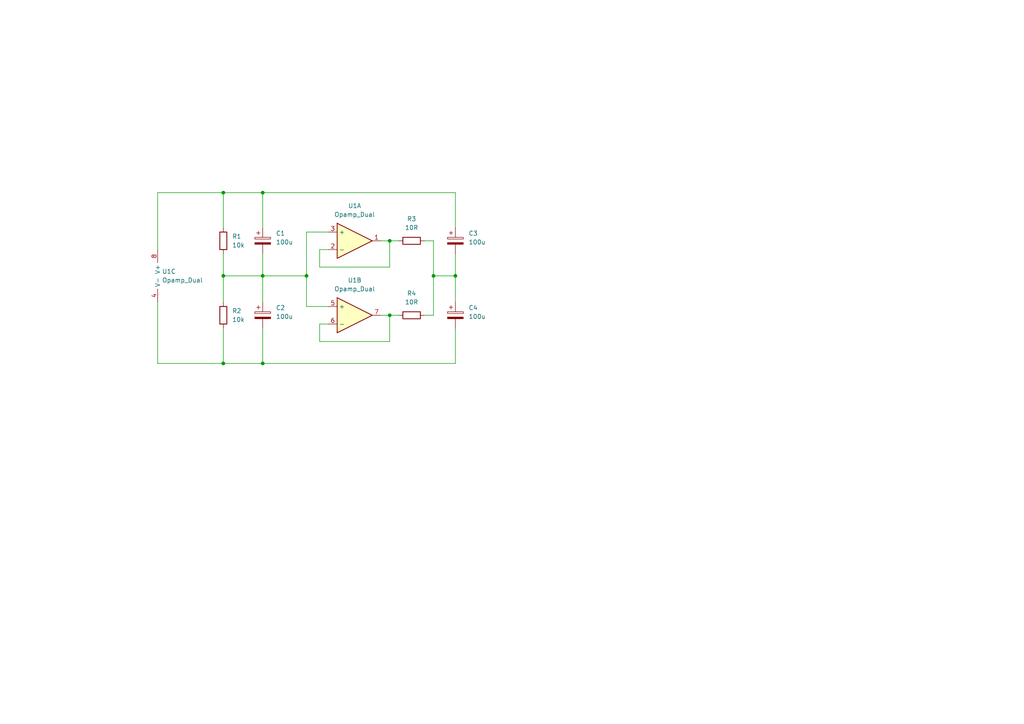
<source format=kicad_sch>
(kicad_sch (version 20230121) (generator eeschema)

  (uuid 69b90e90-1b45-436a-b305-3f5320856317)

  (paper "A4")

  (lib_symbols
    (symbol "Device:C_Polarized" (pin_numbers hide) (pin_names (offset 0.254)) (in_bom yes) (on_board yes)
      (property "Reference" "C" (at 0.635 2.54 0)
        (effects (font (size 1.27 1.27)) (justify left))
      )
      (property "Value" "C_Polarized" (at 0.635 -2.54 0)
        (effects (font (size 1.27 1.27)) (justify left))
      )
      (property "Footprint" "" (at 0.9652 -3.81 0)
        (effects (font (size 1.27 1.27)) hide)
      )
      (property "Datasheet" "~" (at 0 0 0)
        (effects (font (size 1.27 1.27)) hide)
      )
      (property "ki_keywords" "cap capacitor" (at 0 0 0)
        (effects (font (size 1.27 1.27)) hide)
      )
      (property "ki_description" "Polarized capacitor" (at 0 0 0)
        (effects (font (size 1.27 1.27)) hide)
      )
      (property "ki_fp_filters" "CP_*" (at 0 0 0)
        (effects (font (size 1.27 1.27)) hide)
      )
      (symbol "C_Polarized_0_1"
        (rectangle (start -2.286 0.508) (end 2.286 1.016)
          (stroke (width 0) (type default))
          (fill (type none))
        )
        (polyline
          (pts
            (xy -1.778 2.286)
            (xy -0.762 2.286)
          )
          (stroke (width 0) (type default))
          (fill (type none))
        )
        (polyline
          (pts
            (xy -1.27 2.794)
            (xy -1.27 1.778)
          )
          (stroke (width 0) (type default))
          (fill (type none))
        )
        (rectangle (start 2.286 -0.508) (end -2.286 -1.016)
          (stroke (width 0) (type default))
          (fill (type outline))
        )
      )
      (symbol "C_Polarized_1_1"
        (pin passive line (at 0 3.81 270) (length 2.794)
          (name "~" (effects (font (size 1.27 1.27))))
          (number "1" (effects (font (size 1.27 1.27))))
        )
        (pin passive line (at 0 -3.81 90) (length 2.794)
          (name "~" (effects (font (size 1.27 1.27))))
          (number "2" (effects (font (size 1.27 1.27))))
        )
      )
    )
    (symbol "Device:Opamp_Dual" (in_bom yes) (on_board yes)
      (property "Reference" "U" (at 0 5.08 0)
        (effects (font (size 1.27 1.27)) (justify left))
      )
      (property "Value" "Opamp_Dual" (at 0 -5.08 0)
        (effects (font (size 1.27 1.27)) (justify left))
      )
      (property "Footprint" "" (at 0 0 0)
        (effects (font (size 1.27 1.27)) hide)
      )
      (property "Datasheet" "~" (at 0 0 0)
        (effects (font (size 1.27 1.27)) hide)
      )
      (property "Sim.Library" "${KICAD7_SYMBOL_DIR}/Simulation_SPICE.sp" (at 0 0 0)
        (effects (font (size 1.27 1.27)) hide)
      )
      (property "Sim.Name" "kicad_builtin_opamp_dual" (at 0 0 0)
        (effects (font (size 1.27 1.27)) hide)
      )
      (property "Sim.Device" "SUBCKT" (at 0 0 0)
        (effects (font (size 1.27 1.27)) hide)
      )
      (property "Sim.Pins" "1=out1 2=in1- 3=in1+ 4=vee 5=in2+ 6=in2- 7=out2 8=vcc" (at 0 0 0)
        (effects (font (size 1.27 1.27)) hide)
      )
      (property "ki_locked" "" (at 0 0 0)
        (effects (font (size 1.27 1.27)))
      )
      (property "ki_keywords" "dual opamp" (at 0 0 0)
        (effects (font (size 1.27 1.27)) hide)
      )
      (property "ki_description" "Dual operational amplifier" (at 0 0 0)
        (effects (font (size 1.27 1.27)) hide)
      )
      (property "ki_fp_filters" "SOIC*3.9x4.9mm*P1.27mm* DIP*W7.62mm* MSOP*3x3mm*P0.65mm* SSOP*2.95x2.8mm*P0.65mm* TSSOP*3x3mm*P0.65mm* VSSOP*P0.5mm* TO?99*" (at 0 0 0)
        (effects (font (size 1.27 1.27)) hide)
      )
      (symbol "Opamp_Dual_1_1"
        (polyline
          (pts
            (xy -5.08 5.08)
            (xy 5.08 0)
            (xy -5.08 -5.08)
            (xy -5.08 5.08)
          )
          (stroke (width 0.254) (type default))
          (fill (type background))
        )
        (pin output line (at 7.62 0 180) (length 2.54)
          (name "~" (effects (font (size 1.27 1.27))))
          (number "1" (effects (font (size 1.27 1.27))))
        )
        (pin input line (at -7.62 -2.54 0) (length 2.54)
          (name "-" (effects (font (size 1.27 1.27))))
          (number "2" (effects (font (size 1.27 1.27))))
        )
        (pin input line (at -7.62 2.54 0) (length 2.54)
          (name "+" (effects (font (size 1.27 1.27))))
          (number "3" (effects (font (size 1.27 1.27))))
        )
      )
      (symbol "Opamp_Dual_2_1"
        (polyline
          (pts
            (xy -5.08 5.08)
            (xy 5.08 0)
            (xy -5.08 -5.08)
            (xy -5.08 5.08)
          )
          (stroke (width 0.254) (type default))
          (fill (type background))
        )
        (pin input line (at -7.62 2.54 0) (length 2.54)
          (name "+" (effects (font (size 1.27 1.27))))
          (number "5" (effects (font (size 1.27 1.27))))
        )
        (pin input line (at -7.62 -2.54 0) (length 2.54)
          (name "-" (effects (font (size 1.27 1.27))))
          (number "6" (effects (font (size 1.27 1.27))))
        )
        (pin output line (at 7.62 0 180) (length 2.54)
          (name "~" (effects (font (size 1.27 1.27))))
          (number "7" (effects (font (size 1.27 1.27))))
        )
      )
      (symbol "Opamp_Dual_3_1"
        (pin power_in line (at -2.54 -7.62 90) (length 3.81)
          (name "V-" (effects (font (size 1.27 1.27))))
          (number "4" (effects (font (size 1.27 1.27))))
        )
        (pin power_in line (at -2.54 7.62 270) (length 3.81)
          (name "V+" (effects (font (size 1.27 1.27))))
          (number "8" (effects (font (size 1.27 1.27))))
        )
      )
    )
    (symbol "Device:R" (pin_numbers hide) (pin_names (offset 0)) (in_bom yes) (on_board yes)
      (property "Reference" "R" (at 2.032 0 90)
        (effects (font (size 1.27 1.27)))
      )
      (property "Value" "R" (at 0 0 90)
        (effects (font (size 1.27 1.27)))
      )
      (property "Footprint" "" (at -1.778 0 90)
        (effects (font (size 1.27 1.27)) hide)
      )
      (property "Datasheet" "~" (at 0 0 0)
        (effects (font (size 1.27 1.27)) hide)
      )
      (property "ki_keywords" "R res resistor" (at 0 0 0)
        (effects (font (size 1.27 1.27)) hide)
      )
      (property "ki_description" "Resistor" (at 0 0 0)
        (effects (font (size 1.27 1.27)) hide)
      )
      (property "ki_fp_filters" "R_*" (at 0 0 0)
        (effects (font (size 1.27 1.27)) hide)
      )
      (symbol "R_0_1"
        (rectangle (start -1.016 -2.54) (end 1.016 2.54)
          (stroke (width 0.254) (type default))
          (fill (type none))
        )
      )
      (symbol "R_1_1"
        (pin passive line (at 0 3.81 270) (length 1.27)
          (name "~" (effects (font (size 1.27 1.27))))
          (number "1" (effects (font (size 1.27 1.27))))
        )
        (pin passive line (at 0 -3.81 90) (length 1.27)
          (name "~" (effects (font (size 1.27 1.27))))
          (number "2" (effects (font (size 1.27 1.27))))
        )
      )
    )
  )

  (junction (at 113.03 91.44) (diameter 0) (color 0 0 0 0)
    (uuid 2bd18ce7-c35a-43f3-8a06-8cab6a49662f)
  )
  (junction (at 64.77 105.41) (diameter 0) (color 0 0 0 0)
    (uuid 2ea70071-09a5-49bc-a670-45ed9fc0d45d)
  )
  (junction (at 88.9 80.01) (diameter 0) (color 0 0 0 0)
    (uuid 348ca1f6-0882-4b82-9dcc-c2030e223254)
  )
  (junction (at 64.77 80.01) (diameter 0) (color 0 0 0 0)
    (uuid 3ecdb0ab-4af4-4572-9107-c4f545be3689)
  )
  (junction (at 76.2 55.88) (diameter 0) (color 0 0 0 0)
    (uuid 8341af81-d336-4743-bfcb-795de88b9e28)
  )
  (junction (at 125.73 80.01) (diameter 0) (color 0 0 0 0)
    (uuid b18deee3-90a3-4d08-a6be-334f8a279df2)
  )
  (junction (at 76.2 105.41) (diameter 0) (color 0 0 0 0)
    (uuid b2dd7309-02e8-43fd-8f9f-be4554f73a25)
  )
  (junction (at 132.08 80.01) (diameter 0) (color 0 0 0 0)
    (uuid c0ba316a-2795-4fe8-8a30-1e3dbb367bea)
  )
  (junction (at 76.2 80.01) (diameter 0) (color 0 0 0 0)
    (uuid cd2cc9f8-059e-436d-ab76-795e92548f39)
  )
  (junction (at 64.77 55.88) (diameter 0) (color 0 0 0 0)
    (uuid da0b0601-7f5b-46e1-9306-4562c4e81692)
  )
  (junction (at 113.03 69.85) (diameter 0) (color 0 0 0 0)
    (uuid e3d520a0-5fb6-449a-a64b-a08fc86840d6)
  )

  (wire (pts (xy 76.2 105.41) (xy 64.77 105.41))
    (stroke (width 0) (type default))
    (uuid 01321312-a0f0-4896-b6ef-45caa12fc0ed)
  )
  (wire (pts (xy 123.19 69.85) (xy 125.73 69.85))
    (stroke (width 0) (type default))
    (uuid 060ba6fb-02e2-466e-ac0c-3b694765cce5)
  )
  (wire (pts (xy 113.03 99.06) (xy 92.71 99.06))
    (stroke (width 0) (type default))
    (uuid 0ab2ffa3-8204-4df9-a57b-7a5f749595e3)
  )
  (wire (pts (xy 125.73 69.85) (xy 125.73 80.01))
    (stroke (width 0) (type default))
    (uuid 0c44e54e-52c7-4637-8836-d6bdccb2fc80)
  )
  (wire (pts (xy 76.2 73.66) (xy 76.2 80.01))
    (stroke (width 0) (type default))
    (uuid 0f183c6f-7615-4853-bf6e-75e2c4e0af70)
  )
  (wire (pts (xy 95.25 67.31) (xy 88.9 67.31))
    (stroke (width 0) (type default))
    (uuid 12343120-9ad8-42c0-afee-fe7c7585784d)
  )
  (wire (pts (xy 76.2 80.01) (xy 76.2 87.63))
    (stroke (width 0) (type default))
    (uuid 1c8fdf4d-92bb-43c5-a4d0-0656d21b5a82)
  )
  (wire (pts (xy 132.08 95.25) (xy 132.08 105.41))
    (stroke (width 0) (type default))
    (uuid 1d0cbb52-9e2d-46c2-9a77-d59b36ca29ed)
  )
  (wire (pts (xy 125.73 80.01) (xy 132.08 80.01))
    (stroke (width 0) (type default))
    (uuid 212d8584-de25-4c89-afdb-8e9f8256f906)
  )
  (wire (pts (xy 64.77 80.01) (xy 76.2 80.01))
    (stroke (width 0) (type default))
    (uuid 217390a5-187f-4a7a-8afc-c0c2fdb4da94)
  )
  (wire (pts (xy 113.03 91.44) (xy 115.57 91.44))
    (stroke (width 0) (type default))
    (uuid 245f1278-4250-4afb-a287-c71346a09891)
  )
  (wire (pts (xy 132.08 73.66) (xy 132.08 80.01))
    (stroke (width 0) (type default))
    (uuid 26a0c995-7ed6-40e0-86e2-753026bcdc40)
  )
  (wire (pts (xy 76.2 105.41) (xy 76.2 95.25))
    (stroke (width 0) (type default))
    (uuid 28fa650c-e71e-48b2-aa89-76adee967c53)
  )
  (wire (pts (xy 92.71 93.98) (xy 95.25 93.98))
    (stroke (width 0) (type default))
    (uuid 2e247156-d486-4a08-b144-567f74e3d181)
  )
  (wire (pts (xy 110.49 69.85) (xy 113.03 69.85))
    (stroke (width 0) (type default))
    (uuid 3cf475f5-ae8a-4896-a4e3-e1f7fb6425ac)
  )
  (wire (pts (xy 64.77 73.66) (xy 64.77 80.01))
    (stroke (width 0) (type default))
    (uuid 40f623ec-3166-4bd4-87df-d0af46a1f303)
  )
  (wire (pts (xy 64.77 105.41) (xy 64.77 95.25))
    (stroke (width 0) (type default))
    (uuid 431ebce6-18c0-465d-bb4b-0eb82d71c7c7)
  )
  (wire (pts (xy 113.03 69.85) (xy 113.03 77.47))
    (stroke (width 0) (type default))
    (uuid 478080fe-01fc-4fec-b88d-1b2ce5c0342f)
  )
  (wire (pts (xy 45.72 72.39) (xy 45.72 55.88))
    (stroke (width 0) (type default))
    (uuid 4ec56b70-ccfe-4a3e-b97f-0f251b88fc3a)
  )
  (wire (pts (xy 88.9 88.9) (xy 95.25 88.9))
    (stroke (width 0) (type default))
    (uuid 5503078a-33e6-4e76-ab01-471a34097854)
  )
  (wire (pts (xy 64.77 55.88) (xy 64.77 66.04))
    (stroke (width 0) (type default))
    (uuid 574e8fcc-51b4-4847-aa69-0c8bb017522d)
  )
  (wire (pts (xy 125.73 80.01) (xy 125.73 91.44))
    (stroke (width 0) (type default))
    (uuid 57b17423-1ad5-4e53-8867-13a4c4616a4d)
  )
  (wire (pts (xy 113.03 77.47) (xy 92.71 77.47))
    (stroke (width 0) (type default))
    (uuid 5c6916ad-f732-480e-9660-33d0aa50d6c2)
  )
  (wire (pts (xy 123.19 91.44) (xy 125.73 91.44))
    (stroke (width 0) (type default))
    (uuid 63a80b8b-eac8-4551-a4bf-3acaf6ae5e39)
  )
  (wire (pts (xy 132.08 105.41) (xy 76.2 105.41))
    (stroke (width 0) (type default))
    (uuid 64c21703-de5f-42cc-8c92-846db9d1b348)
  )
  (wire (pts (xy 45.72 105.41) (xy 64.77 105.41))
    (stroke (width 0) (type default))
    (uuid 663422b8-ea29-42f7-9d67-8b0e26a3b100)
  )
  (wire (pts (xy 88.9 80.01) (xy 88.9 88.9))
    (stroke (width 0) (type default))
    (uuid 6dcb8d53-99a8-4c6f-a638-ce8089dfe2bd)
  )
  (wire (pts (xy 110.49 91.44) (xy 113.03 91.44))
    (stroke (width 0) (type default))
    (uuid 74f948c7-fd5b-4057-857b-ac0218be85e2)
  )
  (wire (pts (xy 88.9 67.31) (xy 88.9 80.01))
    (stroke (width 0) (type default))
    (uuid 750887a4-beef-43da-8a18-e57c866cda94)
  )
  (wire (pts (xy 76.2 55.88) (xy 76.2 66.04))
    (stroke (width 0) (type default))
    (uuid 788801eb-d163-4a63-951b-9f1c070464d9)
  )
  (wire (pts (xy 92.71 99.06) (xy 92.71 93.98))
    (stroke (width 0) (type default))
    (uuid 80a2add5-7a3f-41be-98f6-8b473a164afc)
  )
  (wire (pts (xy 45.72 87.63) (xy 45.72 105.41))
    (stroke (width 0) (type default))
    (uuid 9ff1f950-2672-4d2e-bd79-9fa1c2798547)
  )
  (wire (pts (xy 132.08 80.01) (xy 132.08 87.63))
    (stroke (width 0) (type default))
    (uuid aa520943-1c40-48a0-accb-32353c6dbc5b)
  )
  (wire (pts (xy 132.08 66.04) (xy 132.08 55.88))
    (stroke (width 0) (type default))
    (uuid bc976b97-31c9-4b73-bb9a-939ba7e3cb37)
  )
  (wire (pts (xy 92.71 72.39) (xy 95.25 72.39))
    (stroke (width 0) (type default))
    (uuid bd2061bb-73f8-4c33-8800-31b70d26ca68)
  )
  (wire (pts (xy 113.03 69.85) (xy 115.57 69.85))
    (stroke (width 0) (type default))
    (uuid be75df8e-48cb-4fe8-b840-004014f12474)
  )
  (wire (pts (xy 76.2 80.01) (xy 88.9 80.01))
    (stroke (width 0) (type default))
    (uuid c6535136-a13c-41f3-afb8-4f01d53a9403)
  )
  (wire (pts (xy 76.2 55.88) (xy 64.77 55.88))
    (stroke (width 0) (type default))
    (uuid d18c5986-faa8-469a-b1de-15ac6f88f9d9)
  )
  (wire (pts (xy 64.77 80.01) (xy 64.77 87.63))
    (stroke (width 0) (type default))
    (uuid d67139ab-ef80-4750-a52f-175ba8ae8c31)
  )
  (wire (pts (xy 132.08 55.88) (xy 76.2 55.88))
    (stroke (width 0) (type default))
    (uuid ddb2ac4a-6ddd-47b4-9301-237064a2585f)
  )
  (wire (pts (xy 45.72 55.88) (xy 64.77 55.88))
    (stroke (width 0) (type default))
    (uuid e5c1e018-0c30-4c73-b8bb-0698d8c35cc0)
  )
  (wire (pts (xy 92.71 77.47) (xy 92.71 72.39))
    (stroke (width 0) (type default))
    (uuid eabb2e14-d705-4688-8bcf-eadb08d94f44)
  )
  (wire (pts (xy 113.03 91.44) (xy 113.03 99.06))
    (stroke (width 0) (type default))
    (uuid ee36e234-8337-4191-90c6-ae1ea20926b7)
  )

  (symbol (lib_id "Device:Opamp_Dual") (at 48.26 80.01 0) (unit 3)
    (in_bom yes) (on_board yes) (dnp no) (fields_autoplaced)
    (uuid 3dd2e5b9-c30d-4b3e-9a48-403dd596aa3a)
    (property "Reference" "U1" (at 46.99 78.74 0)
      (effects (font (size 1.27 1.27)) (justify left))
    )
    (property "Value" "Opamp_Dual" (at 46.99 81.28 0)
      (effects (font (size 1.27 1.27)) (justify left))
    )
    (property "Footprint" "Package_DIP:DIP-8_W7.62mm_Socket" (at 48.26 80.01 0)
      (effects (font (size 1.27 1.27)) hide)
    )
    (property "Datasheet" "~" (at 48.26 80.01 0)
      (effects (font (size 1.27 1.27)) hide)
    )
    (property "Sim.Library" "${KICAD7_SYMBOL_DIR}/Simulation_SPICE.sp" (at 48.26 80.01 0)
      (effects (font (size 1.27 1.27)) hide)
    )
    (property "Sim.Name" "kicad_builtin_opamp_dual" (at 48.26 80.01 0)
      (effects (font (size 1.27 1.27)) hide)
    )
    (property "Sim.Device" "SUBCKT" (at 48.26 80.01 0)
      (effects (font (size 1.27 1.27)) hide)
    )
    (property "Sim.Pins" "1=out1 2=in1- 3=in1+ 4=vee 5=in2+ 6=in2- 7=out2 8=vcc" (at 48.26 80.01 0)
      (effects (font (size 1.27 1.27)) hide)
    )
    (pin "4" (uuid ee11c4b4-ef30-4d8e-b379-190dcd1fb817))
    (pin "5" (uuid 955c9685-df46-47c6-afe8-c3bb9f9c5a84))
    (pin "3" (uuid 18a3bc58-a5fa-4242-a50b-2eaa3e129044))
    (pin "1" (uuid e38fe7f1-6c13-44e2-a611-8f8d96fcf09b))
    (pin "6" (uuid 2e6b05d4-d848-42d0-b4e4-51a79f247434))
    (pin "7" (uuid 91b2015b-817e-4bce-a4f8-de30090817f3))
    (pin "2" (uuid 2178fbed-5b3e-4e10-b7ec-7564317bb12c))
    (pin "8" (uuid b8d3d7ec-6d2b-4756-bfc3-af286b7be435))
    (instances
      (project "split-supply"
        (path "/69b90e90-1b45-436a-b305-3f5320856317"
          (reference "U1") (unit 3)
        )
      )
    )
  )

  (symbol (lib_id "Device:R") (at 119.38 91.44 90) (unit 1)
    (in_bom yes) (on_board yes) (dnp no) (fields_autoplaced)
    (uuid 41d45286-a8a0-479e-85be-a4d2d77b2cd4)
    (property "Reference" "R4" (at 119.38 85.09 90)
      (effects (font (size 1.27 1.27)))
    )
    (property "Value" "10R" (at 119.38 87.63 90)
      (effects (font (size 1.27 1.27)))
    )
    (property "Footprint" "Resistor_THT:R_Axial_DIN0204_L3.6mm_D1.6mm_P5.08mm_Vertical" (at 119.38 93.218 90)
      (effects (font (size 1.27 1.27)) hide)
    )
    (property "Datasheet" "~" (at 119.38 91.44 0)
      (effects (font (size 1.27 1.27)) hide)
    )
    (pin "1" (uuid 8419b5ee-7d43-4e51-94f2-370c9ff90d67))
    (pin "2" (uuid 7c7fb14a-6a18-441c-b58b-0565b4846e1c))
    (instances
      (project "split-supply"
        (path "/69b90e90-1b45-436a-b305-3f5320856317"
          (reference "R4") (unit 1)
        )
      )
    )
  )

  (symbol (lib_id "Device:C_Polarized") (at 132.08 91.44 0) (unit 1)
    (in_bom yes) (on_board yes) (dnp no) (fields_autoplaced)
    (uuid 474ac9d8-b275-4f0e-b79e-e31cc04ca7aa)
    (property "Reference" "C4" (at 135.89 89.281 0)
      (effects (font (size 1.27 1.27)) (justify left))
    )
    (property "Value" "100u" (at 135.89 91.821 0)
      (effects (font (size 1.27 1.27)) (justify left))
    )
    (property "Footprint" "Capacitor_THT:CP_Radial_D10.0mm_P5.00mm" (at 133.0452 95.25 0)
      (effects (font (size 1.27 1.27)) hide)
    )
    (property "Datasheet" "~" (at 132.08 91.44 0)
      (effects (font (size 1.27 1.27)) hide)
    )
    (pin "1" (uuid 48ba7964-2011-4c7f-ae73-e3db41d04787))
    (pin "2" (uuid 8d29ccba-ce3a-427e-abf2-08ac840334a6))
    (instances
      (project "split-supply"
        (path "/69b90e90-1b45-436a-b305-3f5320856317"
          (reference "C4") (unit 1)
        )
      )
    )
  )

  (symbol (lib_id "Device:R") (at 64.77 69.85 0) (unit 1)
    (in_bom yes) (on_board yes) (dnp no) (fields_autoplaced)
    (uuid 5d66d0bf-e43c-4e31-ac2b-997850995081)
    (property "Reference" "R1" (at 67.31 68.58 0)
      (effects (font (size 1.27 1.27)) (justify left))
    )
    (property "Value" "10k" (at 67.31 71.12 0)
      (effects (font (size 1.27 1.27)) (justify left))
    )
    (property "Footprint" "Resistor_THT:R_Axial_DIN0204_L3.6mm_D1.6mm_P5.08mm_Vertical" (at 62.992 69.85 90)
      (effects (font (size 1.27 1.27)) hide)
    )
    (property "Datasheet" "~" (at 64.77 69.85 0)
      (effects (font (size 1.27 1.27)) hide)
    )
    (pin "2" (uuid 5c3e01da-8c66-4263-84fe-1be6d0fea839))
    (pin "1" (uuid c5362d26-e998-4fee-bc78-43b2ed090b3c))
    (instances
      (project "split-supply"
        (path "/69b90e90-1b45-436a-b305-3f5320856317"
          (reference "R1") (unit 1)
        )
      )
    )
  )

  (symbol (lib_id "Device:Opamp_Dual") (at 102.87 91.44 0) (unit 2)
    (in_bom yes) (on_board yes) (dnp no) (fields_autoplaced)
    (uuid 7e5015f7-5bdd-428e-9386-7df5734922cb)
    (property "Reference" "U1" (at 102.87 81.28 0)
      (effects (font (size 1.27 1.27)))
    )
    (property "Value" "Opamp_Dual" (at 102.87 83.82 0)
      (effects (font (size 1.27 1.27)))
    )
    (property "Footprint" "Package_DIP:DIP-8_W7.62mm_Socket" (at 102.87 91.44 0)
      (effects (font (size 1.27 1.27)) hide)
    )
    (property "Datasheet" "~" (at 102.87 91.44 0)
      (effects (font (size 1.27 1.27)) hide)
    )
    (property "Sim.Library" "${KICAD7_SYMBOL_DIR}/Simulation_SPICE.sp" (at 102.87 91.44 0)
      (effects (font (size 1.27 1.27)) hide)
    )
    (property "Sim.Name" "kicad_builtin_opamp_dual" (at 102.87 91.44 0)
      (effects (font (size 1.27 1.27)) hide)
    )
    (property "Sim.Device" "SUBCKT" (at 102.87 91.44 0)
      (effects (font (size 1.27 1.27)) hide)
    )
    (property "Sim.Pins" "1=out1 2=in1- 3=in1+ 4=vee 5=in2+ 6=in2- 7=out2 8=vcc" (at 102.87 91.44 0)
      (effects (font (size 1.27 1.27)) hide)
    )
    (pin "4" (uuid ee11c4b4-ef30-4d8e-b379-190dcd1fb817))
    (pin "5" (uuid 955c9685-df46-47c6-afe8-c3bb9f9c5a84))
    (pin "3" (uuid 18a3bc58-a5fa-4242-a50b-2eaa3e129044))
    (pin "1" (uuid e38fe7f1-6c13-44e2-a611-8f8d96fcf09b))
    (pin "6" (uuid 2e6b05d4-d848-42d0-b4e4-51a79f247434))
    (pin "7" (uuid 91b2015b-817e-4bce-a4f8-de30090817f3))
    (pin "2" (uuid 2178fbed-5b3e-4e10-b7ec-7564317bb12c))
    (pin "8" (uuid b8d3d7ec-6d2b-4756-bfc3-af286b7be435))
    (instances
      (project "split-supply"
        (path "/69b90e90-1b45-436a-b305-3f5320856317"
          (reference "U1") (unit 2)
        )
      )
    )
  )

  (symbol (lib_id "Device:R") (at 64.77 91.44 0) (unit 1)
    (in_bom yes) (on_board yes) (dnp no) (fields_autoplaced)
    (uuid 910087f0-7197-4769-b060-81c29be1ab30)
    (property "Reference" "R2" (at 67.31 90.17 0)
      (effects (font (size 1.27 1.27)) (justify left))
    )
    (property "Value" "10k" (at 67.31 92.71 0)
      (effects (font (size 1.27 1.27)) (justify left))
    )
    (property "Footprint" "Resistor_THT:R_Axial_DIN0204_L3.6mm_D1.6mm_P5.08mm_Vertical" (at 62.992 91.44 90)
      (effects (font (size 1.27 1.27)) hide)
    )
    (property "Datasheet" "~" (at 64.77 91.44 0)
      (effects (font (size 1.27 1.27)) hide)
    )
    (pin "1" (uuid 8419b5ee-7d43-4e51-94f2-370c9ff90d67))
    (pin "2" (uuid 7c7fb14a-6a18-441c-b58b-0565b4846e1c))
    (instances
      (project "split-supply"
        (path "/69b90e90-1b45-436a-b305-3f5320856317"
          (reference "R2") (unit 1)
        )
      )
    )
  )

  (symbol (lib_id "Device:R") (at 119.38 69.85 90) (unit 1)
    (in_bom yes) (on_board yes) (dnp no) (fields_autoplaced)
    (uuid a97b1bdb-eab3-4a6d-ac89-b20dd7860ba0)
    (property "Reference" "R3" (at 119.38 63.5 90)
      (effects (font (size 1.27 1.27)))
    )
    (property "Value" "10R" (at 119.38 66.04 90)
      (effects (font (size 1.27 1.27)))
    )
    (property "Footprint" "Resistor_THT:R_Axial_DIN0204_L3.6mm_D1.6mm_P5.08mm_Vertical" (at 119.38 71.628 90)
      (effects (font (size 1.27 1.27)) hide)
    )
    (property "Datasheet" "~" (at 119.38 69.85 0)
      (effects (font (size 1.27 1.27)) hide)
    )
    (pin "1" (uuid 8419b5ee-7d43-4e51-94f2-370c9ff90d67))
    (pin "2" (uuid 7c7fb14a-6a18-441c-b58b-0565b4846e1c))
    (instances
      (project "split-supply"
        (path "/69b90e90-1b45-436a-b305-3f5320856317"
          (reference "R3") (unit 1)
        )
      )
    )
  )

  (symbol (lib_id "Device:Opamp_Dual") (at 102.87 69.85 0) (unit 1)
    (in_bom yes) (on_board yes) (dnp no) (fields_autoplaced)
    (uuid c4e5eaac-6ee4-4651-9190-fe6488322eec)
    (property "Reference" "U1" (at 102.87 59.69 0)
      (effects (font (size 1.27 1.27)))
    )
    (property "Value" "Opamp_Dual" (at 102.87 62.23 0)
      (effects (font (size 1.27 1.27)))
    )
    (property "Footprint" "Package_DIP:DIP-8_W7.62mm_Socket" (at 102.87 69.85 0)
      (effects (font (size 1.27 1.27)) hide)
    )
    (property "Datasheet" "~" (at 102.87 69.85 0)
      (effects (font (size 1.27 1.27)) hide)
    )
    (property "Sim.Library" "${KICAD7_SYMBOL_DIR}/Simulation_SPICE.sp" (at 102.87 69.85 0)
      (effects (font (size 1.27 1.27)) hide)
    )
    (property "Sim.Name" "kicad_builtin_opamp_dual" (at 102.87 69.85 0)
      (effects (font (size 1.27 1.27)) hide)
    )
    (property "Sim.Device" "SUBCKT" (at 102.87 69.85 0)
      (effects (font (size 1.27 1.27)) hide)
    )
    (property "Sim.Pins" "1=out1 2=in1- 3=in1+ 4=vee 5=in2+ 6=in2- 7=out2 8=vcc" (at 102.87 69.85 0)
      (effects (font (size 1.27 1.27)) hide)
    )
    (pin "4" (uuid ee11c4b4-ef30-4d8e-b379-190dcd1fb817))
    (pin "5" (uuid 955c9685-df46-47c6-afe8-c3bb9f9c5a84))
    (pin "3" (uuid 18a3bc58-a5fa-4242-a50b-2eaa3e129044))
    (pin "1" (uuid e38fe7f1-6c13-44e2-a611-8f8d96fcf09b))
    (pin "6" (uuid 2e6b05d4-d848-42d0-b4e4-51a79f247434))
    (pin "7" (uuid 91b2015b-817e-4bce-a4f8-de30090817f3))
    (pin "2" (uuid 2178fbed-5b3e-4e10-b7ec-7564317bb12c))
    (pin "8" (uuid b8d3d7ec-6d2b-4756-bfc3-af286b7be435))
    (instances
      (project "split-supply"
        (path "/69b90e90-1b45-436a-b305-3f5320856317"
          (reference "U1") (unit 1)
        )
      )
    )
  )

  (symbol (lib_id "Device:C_Polarized") (at 76.2 69.85 0) (unit 1)
    (in_bom yes) (on_board yes) (dnp no) (fields_autoplaced)
    (uuid c7a5ebbd-8744-4e94-a1b2-d838a0726ced)
    (property "Reference" "C1" (at 80.01 67.691 0)
      (effects (font (size 1.27 1.27)) (justify left))
    )
    (property "Value" "100u" (at 80.01 70.231 0)
      (effects (font (size 1.27 1.27)) (justify left))
    )
    (property "Footprint" "Capacitor_THT:CP_Radial_D10.0mm_P5.00mm" (at 77.1652 73.66 0)
      (effects (font (size 1.27 1.27)) hide)
    )
    (property "Datasheet" "~" (at 76.2 69.85 0)
      (effects (font (size 1.27 1.27)) hide)
    )
    (pin "1" (uuid 48ba7964-2011-4c7f-ae73-e3db41d04787))
    (pin "2" (uuid 8d29ccba-ce3a-427e-abf2-08ac840334a6))
    (instances
      (project "split-supply"
        (path "/69b90e90-1b45-436a-b305-3f5320856317"
          (reference "C1") (unit 1)
        )
      )
    )
  )

  (symbol (lib_id "Device:C_Polarized") (at 132.08 69.85 0) (unit 1)
    (in_bom yes) (on_board yes) (dnp no) (fields_autoplaced)
    (uuid dd0bfc64-c2c9-48ec-9e7d-b07c7163d1da)
    (property "Reference" "C3" (at 135.89 67.691 0)
      (effects (font (size 1.27 1.27)) (justify left))
    )
    (property "Value" "100u" (at 135.89 70.231 0)
      (effects (font (size 1.27 1.27)) (justify left))
    )
    (property "Footprint" "Capacitor_THT:CP_Radial_D10.0mm_P5.00mm" (at 133.0452 73.66 0)
      (effects (font (size 1.27 1.27)) hide)
    )
    (property "Datasheet" "~" (at 132.08 69.85 0)
      (effects (font (size 1.27 1.27)) hide)
    )
    (pin "1" (uuid 48ba7964-2011-4c7f-ae73-e3db41d04787))
    (pin "2" (uuid 8d29ccba-ce3a-427e-abf2-08ac840334a6))
    (instances
      (project "split-supply"
        (path "/69b90e90-1b45-436a-b305-3f5320856317"
          (reference "C3") (unit 1)
        )
      )
    )
  )

  (symbol (lib_id "Device:C_Polarized") (at 76.2 91.44 0) (unit 1)
    (in_bom yes) (on_board yes) (dnp no) (fields_autoplaced)
    (uuid fcf21621-45a4-488b-9bba-7880d07556c7)
    (property "Reference" "C2" (at 80.01 89.281 0)
      (effects (font (size 1.27 1.27)) (justify left))
    )
    (property "Value" "100u" (at 80.01 91.821 0)
      (effects (font (size 1.27 1.27)) (justify left))
    )
    (property "Footprint" "Capacitor_THT:CP_Radial_D10.0mm_P5.00mm" (at 77.1652 95.25 0)
      (effects (font (size 1.27 1.27)) hide)
    )
    (property "Datasheet" "~" (at 76.2 91.44 0)
      (effects (font (size 1.27 1.27)) hide)
    )
    (pin "1" (uuid 48ba7964-2011-4c7f-ae73-e3db41d04787))
    (pin "2" (uuid 8d29ccba-ce3a-427e-abf2-08ac840334a6))
    (instances
      (project "split-supply"
        (path "/69b90e90-1b45-436a-b305-3f5320856317"
          (reference "C2") (unit 1)
        )
      )
    )
  )

  (sheet_instances
    (path "/" (page "1"))
  )
)

</source>
